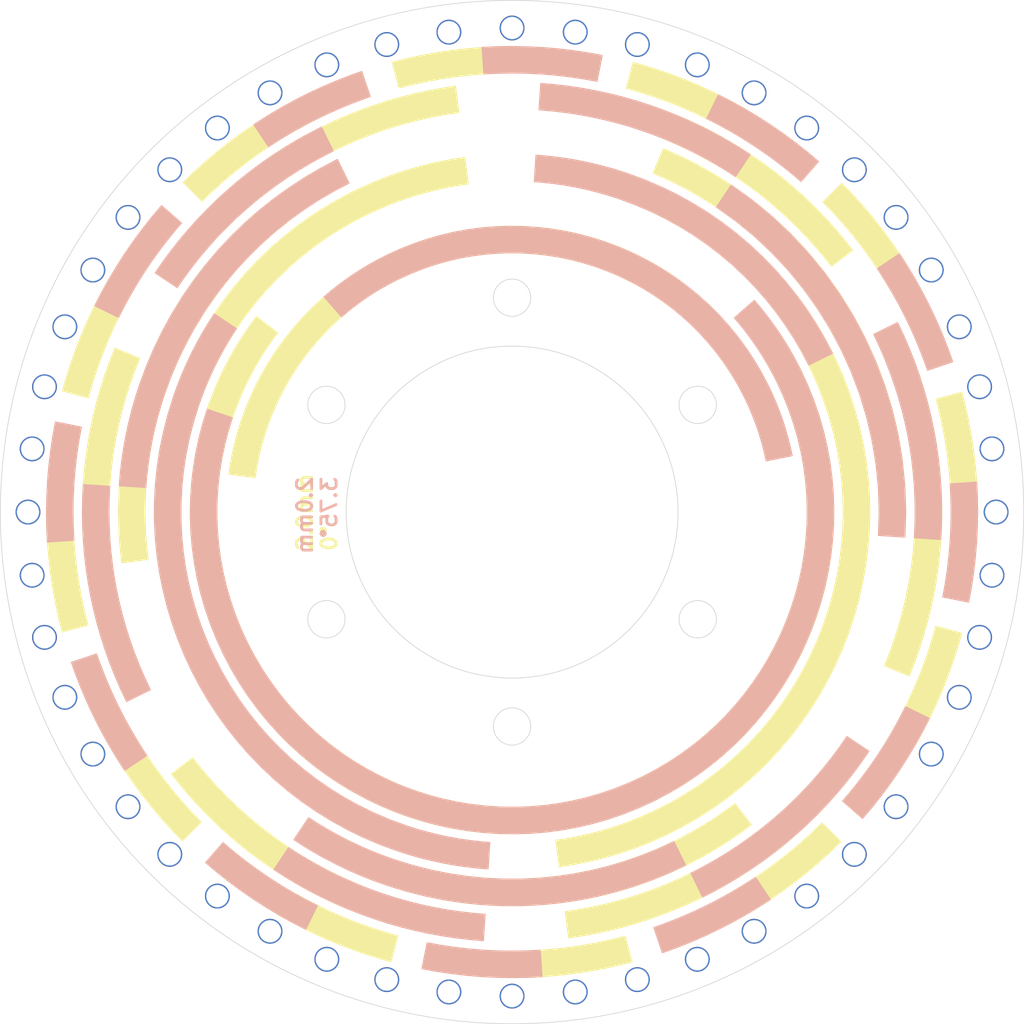
<source format=kicad_pcb>
(kicad_pcb (version 20240108) (generator "pcbnew") (generator_version "8.0")
  (title_block (title "Encoder Wheel 48") (date "${DATE}") (rev "2.1.1") (company "OpenFlap") (comment 1 "${GIT_TAG}") (comment 2 "Repo: github.com/ToonVanEyck/OpenFlap") (comment 3 "Designer: Toon Van Eyck"))
  (layers (0 "F.Cu" signal) (31 "B.Cu" signal) (34 "B.Paste" user) (35 "F.Paste" user) (36 "B.SilkS" user "B.Silkscreen") (37 "F.SilkS" user "F.Silkscreen") (38 "B.Mask" user) (39 "F.Mask" user) (44 "Edge.Cuts" user))
  (net 0 "")
  (footprint "EncoderPattern:OpenFlapEncoderPattern48_2.0mm" (layer "F.Cu") (at 101 100)
    (property "Reference" "REF**" (hide yes))
    (property "Value" "OpenFlapEncoderPattern48_2.0mm" (hide yes))
  )
  (footprint "EncoderPattern:OpenFlapEncoderPattern48_2.0mm" (layer "B.Cu") (at 101 100 -176.25)
    (property "Reference" "REF**" (hide yes))
    (property "Value" "OpenFlapEncoderPattern48_2.0mm" (hide yes))
  )
  (gr_circle (center 87.576606 107.75) (end 88.926606 107.75) (stroke (width 0.05)) (fill none) (layer "Edge.Cuts"))
  (gr_circle (center 101 100) (end 113 100) (stroke (width 0.05)) (fill none) (layer "Edge.Cuts"))
  (gr_circle (center 101 84.5) (end 102.35 84.5) (stroke (width 0.05)) (fill none) (layer "Edge.Cuts"))
  (gr_circle (center 114.423394 92.25) (end 115.773394 92.25) (stroke (width 0.05)) (fill none) (layer "Edge.Cuts"))
  (gr_circle (center 87.576606 92.25) (end 88.926606 92.25) (stroke (width 0.05)) (fill none) (layer "Edge.Cuts"))
  (gr_circle (center 101 100) (end 138 100) (stroke (width 0.05)) (fill none) (layer "Edge.Cuts"))
  (gr_circle (center 114.423394 107.75) (end 115.773394 107.75) (stroke (width 0.05)) (fill none) (layer "Edge.Cuts"))
  (gr_circle (center 101 115.5) (end 102.35 115.5) (stroke (width 0.05)) (fill none) (layer "Edge.Cuts"))
  (gr_text "2.0mm \n3.75°" (at 88.427 97.333 90) (layer "B.SilkS") (effects (font (size 1.1 1.1) (thickness 0.2) (bold yes)) (justify left bottom mirror)))
  (gr_text "2.0mm \n0°" (at 88.427 102.921 90) (layer "F.SilkS") (effects (font (size 1.1 1.1) (thickness 0.2) (bold yes)) (justify left bottom)))
  (via (at 118.5 130.310889) (size 1.8) (drill 1.6) (layers "F.Cu" "B.Cu") (net 0))
  (via (at 105.568417 134.70057) (size 1.8) (drill 1.6) (layers "F.Cu" "B.Cu") (net 0))
  (via (at 83.5 69.689111) (size 1.8) (drill 1.6) (layers "F.Cu" "B.Cu") (net 0))
  (via (at 83.5 130.310889) (size 1.8) (drill 1.6) (layers "F.Cu" "B.Cu") (net 0))
  (via (at 110.058667 133.807404) (size 1.8) (drill 1.6) (layers "F.Cu" "B.Cu") (net 0))
  (via (at 87.60608 132.335784) (size 1.8) (drill 1.6) (layers "F.Cu" "B.Cu") (net 0))
  (via (at 134.807404 90.941333) (size 1.8) (drill 1.6) (layers "F.Cu" "B.Cu") (net 0))
  (via (at 125.748737 75.251263) (size 1.8) (drill 1.6) (layers "F.Cu" "B.Cu") (net 0))
  (via (at 96.431583 65.29943) (size 1.8) (drill 1.6) (layers "F.Cu" "B.Cu") (net 0))
  (via (at 114.39392 67.664216) (size 1.8) (drill 1.6) (layers "F.Cu" "B.Cu") (net 0))
  (via (at 91.941333 133.807404) (size 1.8) (drill 1.6) (layers "F.Cu" "B.Cu") (net 0))
  (via (at 110.058667 66.192596) (size 1.8) (drill 1.6) (layers "F.Cu" "B.Cu") (net 0))
  (via (at 105.568417 65.29943) (size 1.8) (drill 1.6) (layers "F.Cu" "B.Cu") (net 0))
  (via (at 131.310889 82.5) (size 1.8) (drill 1.6) (layers "F.Cu" "B.Cu") (net 0))
  (via (at 128.767367 78.69335) (size 1.8) (drill 1.6) (layers "F.Cu" "B.Cu") (net 0))
  (via (at 114.39392 132.335784) (size 1.8) (drill 1.6) (layers "F.Cu" "B.Cu") (net 0))
  (via (at 79.69335 127.767367) (size 1.8) (drill 1.6) (layers "F.Cu" "B.Cu") (net 0))
  (via (at 68.664216 86.60608) (size 1.8) (drill 1.6) (layers "F.Cu" "B.Cu") (net 0))
  (via (at 68.664216 113.39392) (size 1.8) (drill 1.6) (layers "F.Cu" "B.Cu") (net 0))
  (via (at 134.807404 109.058667) (size 1.8) (drill 1.6) (layers "F.Cu" "B.Cu") (net 0))
  (via (at 101 135) (size 1.8) (drill 1.6) (layers "F.Cu" "B.Cu") (net 0))
  (via (at 79.69335 72.232633) (size 1.8) (drill 1.6) (layers "F.Cu" "B.Cu") (net 0))
  (via (at 118.5 69.689111) (size 1.8) (drill 1.6) (layers "F.Cu" "B.Cu") (net 0))
  (via (at 96.431583 134.70057) (size 1.8) (drill 1.6) (layers "F.Cu" "B.Cu") (net 0))
  (via (at 101 65) (size 1.8) (drill 1.6) (layers "F.Cu" "B.Cu") (net 0))
  (via (at 136 100) (size 1.8) (drill 1.6) (layers "F.Cu" "B.Cu") (net 0))
  (via (at 135.70057 95.431583) (size 1.8) (drill 1.6) (layers "F.Cu" "B.Cu") (net 0))
  (via (at 133.335784 113.39392) (size 1.8) (drill 1.6) (layers "F.Cu" "B.Cu") (net 0))
  (via (at 67.192596 90.941333) (size 1.8) (drill 1.6) (layers "F.Cu" "B.Cu") (net 0))
  (via (at 70.689111 82.5) (size 1.8) (drill 1.6) (layers "F.Cu" "B.Cu") (net 0))
  (via (at 67.192596 109.058667) (size 1.8) (drill 1.6) (layers "F.Cu" "B.Cu") (net 0))
  (via (at 70.689111 117.5) (size 1.8) (drill 1.6) (layers "F.Cu" "B.Cu") (net 0))
  (via (at 133.335784 86.60608) (size 1.8) (drill 1.6) (layers "F.Cu" "B.Cu") (net 0))
  (via (at 87.60608 67.664216) (size 1.8) (drill 1.6) (layers "F.Cu" "B.Cu") (net 0))
  (via (at 122.30665 72.232633) (size 1.8) (drill 1.6) (layers "F.Cu" "B.Cu") (net 0))
  (via (at 73.232633 121.30665) (size 1.8) (drill 1.6) (layers "F.Cu" "B.Cu") (net 0))
  (via (at 125.748737 124.748737) (size 1.8) (drill 1.6) (layers "F.Cu" "B.Cu") (net 0))
  (via (at 66.29943 104.568417) (size 1.8) (drill 1.6) (layers "F.Cu" "B.Cu") (net 0))
  (via (at 122.30665 127.767367) (size 1.8) (drill 1.6) (layers "F.Cu" "B.Cu") (net 0))
  (via (at 91.941333 66.192596) (size 1.8) (drill 1.6) (layers "F.Cu" "B.Cu") (net 0))
  (via (at 73.232633 78.69335) (size 1.8) (drill 1.6) (layers "F.Cu" "B.Cu") (net 0))
  (via (at 128.767367 121.30665) (size 1.8) (drill 1.6) (layers "F.Cu" "B.Cu") (net 0))
  (via (at 66.29943 95.431583) (size 1.8) (drill 1.6) (layers "F.Cu" "B.Cu") (net 0))
  (via (at 76.251263 75.251263) (size 1.8) (drill 1.6) (layers "F.Cu" "B.Cu") (net 0))
  (via (at 66 100) (size 1.8) (drill 1.6) (layers "F.Cu" "B.Cu") (net 0))
  (via (at 135.70057 104.568417) (size 1.8) (drill 1.6) (layers "F.Cu" "B.Cu") (net 0))
  (via (at 131.310889 117.5) (size 1.8) (drill 1.6) (layers "F.Cu" "B.Cu") (net 0))
  (via (at 76.251263 124.748737) (size 1.8) (drill 1.6) (layers "F.Cu" "B.Cu") (net 0))
)
</source>
